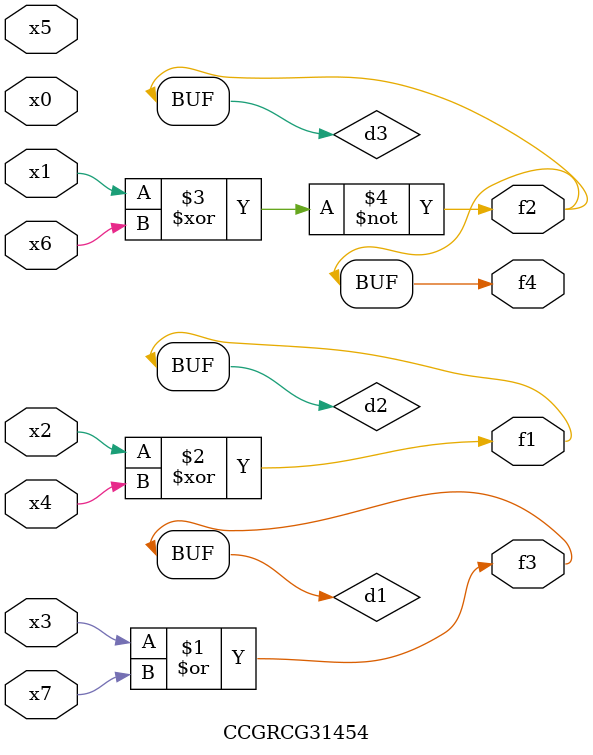
<source format=v>
module CCGRCG31454(
	input x0, x1, x2, x3, x4, x5, x6, x7,
	output f1, f2, f3, f4
);

	wire d1, d2, d3;

	or (d1, x3, x7);
	xor (d2, x2, x4);
	xnor (d3, x1, x6);
	assign f1 = d2;
	assign f2 = d3;
	assign f3 = d1;
	assign f4 = d3;
endmodule

</source>
